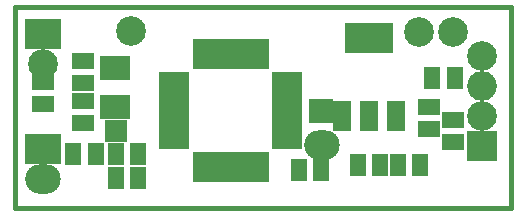
<source format=gts>
G04 (created by PCBNEW-RS274X (2011-05-25)-stable) date Thu 12 Dec 2013 15:20:29 GMT*
G01*
G70*
G90*
%MOIN*%
G04 Gerber Fmt 3.4, Leading zero omitted, Abs format*
%FSLAX34Y34*%
G04 APERTURE LIST*
%ADD10C,0.006000*%
%ADD11C,0.015000*%
%ADD12R,0.098700X0.037700*%
%ADD13R,0.037700X0.098700*%
%ADD14R,0.100000X0.080000*%
%ADD15R,0.055000X0.075000*%
%ADD16R,0.075000X0.055000*%
%ADD17R,0.075000X0.075000*%
%ADD18C,0.098700*%
%ADD19O,0.118400X0.098700*%
%ADD20R,0.164000X0.100000*%
%ADD21R,0.060000X0.100000*%
%ADD22R,0.098700X0.098700*%
%ADD23O,0.098700X0.098700*%
%ADD24R,0.118400X0.098700*%
%ADD25R,0.079100X0.079100*%
G04 APERTURE END LIST*
G54D10*
G54D11*
X49016Y-40354D02*
X49016Y-33661D01*
X65551Y-40354D02*
X49016Y-40354D01*
X65551Y-33661D02*
X65551Y-40354D01*
X49016Y-33661D02*
X65551Y-33661D01*
G54D12*
X54324Y-38219D03*
X54324Y-37904D03*
X54324Y-37589D03*
X54324Y-37274D03*
X54324Y-36959D03*
X54324Y-36644D03*
X54324Y-36329D03*
X54324Y-36014D03*
X58090Y-36016D03*
X58090Y-38226D03*
X58090Y-37906D03*
X58090Y-37586D03*
X58090Y-37276D03*
X58090Y-36956D03*
X58090Y-36646D03*
X58090Y-36326D03*
G54D13*
X55108Y-35226D03*
X55422Y-35226D03*
X55738Y-35226D03*
X56052Y-35226D03*
X56368Y-35226D03*
X56682Y-35226D03*
X56998Y-35226D03*
X57312Y-35226D03*
X55110Y-39006D03*
X55420Y-39006D03*
X55740Y-39006D03*
X56050Y-39006D03*
X56360Y-39006D03*
X56680Y-39006D03*
X57000Y-39006D03*
X57320Y-39006D03*
G54D14*
X52346Y-36993D03*
X52346Y-35693D03*
G54D15*
X61202Y-38937D03*
X60452Y-38937D03*
X62932Y-36024D03*
X63682Y-36024D03*
X53131Y-38583D03*
X52381Y-38583D03*
G54D16*
X62834Y-36987D03*
X62834Y-37737D03*
X49961Y-36160D03*
X49961Y-36910D03*
G54D15*
X52381Y-39370D03*
X53131Y-39370D03*
X51714Y-38583D03*
X50964Y-38583D03*
G54D16*
X51299Y-37540D03*
X51299Y-36790D03*
X51299Y-35452D03*
X51299Y-36202D03*
X63622Y-37420D03*
X63622Y-38170D03*
G54D15*
X59233Y-39094D03*
X58483Y-39094D03*
X61790Y-38937D03*
X62540Y-38937D03*
G54D17*
X52402Y-37795D03*
G54D18*
X63622Y-34488D03*
X62480Y-34488D03*
G54D19*
X59260Y-38256D03*
G54D18*
X52898Y-34461D03*
G54D20*
X60827Y-34684D03*
G54D21*
X60827Y-37284D03*
X61727Y-37284D03*
X59927Y-37284D03*
G54D22*
X64606Y-38311D03*
G54D18*
X64606Y-37311D03*
G54D23*
X64606Y-36311D03*
G54D18*
X64606Y-35311D03*
G54D24*
X49961Y-34579D03*
G54D18*
X49961Y-35579D03*
G54D24*
X49961Y-38398D03*
G54D19*
X49961Y-39398D03*
G54D25*
X59213Y-37126D03*
M02*

</source>
